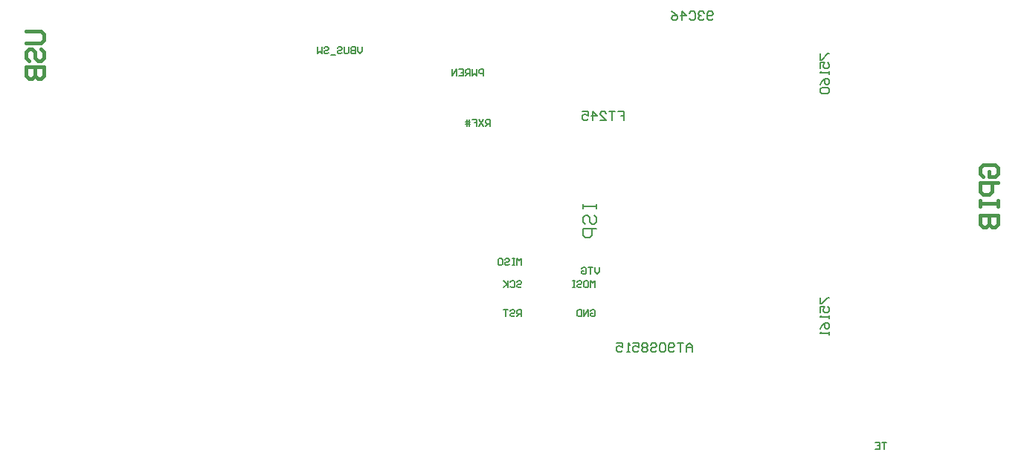
<source format=gm1>
%FSLAX24Y24*%
%MOIN*%
G70*
G01*
G75*
%ADD10C,0.0120*%
%ADD11R,0.0600X0.0600*%
%ADD12R,0.0160X0.0750*%
%ADD13R,0.0750X0.0160*%
%ADD14O,0.0160X0.1000*%
%ADD15O,0.1000X0.0160*%
%ADD16R,0.1300X0.0700*%
%ADD17O,0.0240X0.0800*%
%ADD18R,0.0360X0.0500*%
%ADD19R,0.0360X0.0360*%
%ADD20R,0.1000X0.0800*%
%ADD21R,0.1000X0.0900*%
%ADD22R,0.0315X0.0551*%
%ADD23O,0.0787X0.1496*%
%ADD24R,0.0394X0.0730*%
%ADD25C,0.0280*%
%ADD26C,0.0160*%
%ADD27C,0.0240*%
%ADD28C,0.0140*%
%ADD29C,0.0100*%
%ADD30O,0.0700X0.0600*%
%ADD31C,0.0700*%
%ADD32C,0.2000*%
%ADD33R,0.0700X0.0600*%
%ADD34O,0.0700X0.0850*%
%ADD35C,0.0620*%
%ADD36R,0.0620X0.0620*%
%ADD37R,0.0700X0.0700*%
%ADD38C,0.0800*%
%ADD39C,0.0500*%
%ADD40C,0.0080*%
D26*
X302200Y54500D02*
X302867D01*
X303000Y54367D01*
Y54100D01*
X302867Y53967D01*
X302200D01*
X302334Y53167D02*
X302200Y53300D01*
Y53567D01*
X302334Y53700D01*
X302467D01*
X302600Y53567D01*
Y53300D01*
X302733Y53167D01*
X302867D01*
X303000Y53300D01*
Y53567D01*
X302867Y53700D01*
X302200Y52901D02*
X303000D01*
Y52501D01*
X302867Y52367D01*
X302733D01*
X302600Y52501D01*
Y52901D01*
Y52501D01*
X302467Y52367D01*
X302334D01*
X302200Y52501D01*
Y52901D01*
X345084Y47967D02*
X344950Y48100D01*
Y48367D01*
X345084Y48500D01*
X345617D01*
X345750Y48367D01*
Y48100D01*
X345617Y47967D01*
X345350D01*
Y48233D01*
X345750Y47700D02*
X344950D01*
Y47300D01*
X345084Y47167D01*
X345350D01*
X345483Y47300D01*
Y47700D01*
X344950Y46901D02*
Y46634D01*
Y46767D01*
X345750D01*
Y46901D01*
Y46634D01*
X344950Y46234D02*
X345750D01*
Y45834D01*
X345617Y45701D01*
X345483D01*
X345350Y45834D01*
Y46234D01*
Y45834D01*
X345217Y45701D01*
X345084D01*
X344950Y45834D01*
Y46234D01*
D40*
X317250Y53800D02*
Y53600D01*
X317150Y53500D01*
X317050Y53600D01*
Y53800D01*
X316950D02*
Y53500D01*
X316800D01*
X316750Y53550D01*
Y53600D01*
X316800Y53650D01*
X316950D01*
X316800D01*
X316750Y53700D01*
Y53750D01*
X316800Y53800D01*
X316950D01*
X316650D02*
Y53550D01*
X316600Y53500D01*
X316500D01*
X316450Y53550D01*
Y53800D01*
X316150Y53750D02*
X316200Y53800D01*
X316300D01*
X316350Y53750D01*
Y53700D01*
X316300Y53650D01*
X316200D01*
X316150Y53600D01*
Y53550D01*
X316200Y53500D01*
X316300D01*
X316350Y53550D01*
X316050Y53450D02*
X315850D01*
X315551Y53750D02*
X315601Y53800D01*
X315700D01*
X315750Y53750D01*
Y53700D01*
X315700Y53650D01*
X315601D01*
X315551Y53600D01*
Y53550D01*
X315601Y53500D01*
X315700D01*
X315750Y53550D01*
X315451Y53800D02*
Y53500D01*
X315351Y53600D01*
X315251Y53500D01*
Y53800D01*
X323000Y50250D02*
Y50550D01*
X322850D01*
X322800Y50500D01*
Y50400D01*
X322850Y50350D01*
X323000D01*
X322900D02*
X322800Y50250D01*
X322700Y50550D02*
X322500Y50250D01*
Y50550D02*
X322700Y50250D01*
X322200Y50550D02*
X322400D01*
Y50400D01*
X322300D01*
X322400D01*
Y50250D01*
X322050D02*
Y50550D01*
X321950D02*
Y50250D01*
X322100Y50450D02*
X321950D01*
X321900D01*
X322100Y50350D02*
X321900D01*
X322700Y52500D02*
Y52800D01*
X322550D01*
X322500Y52750D01*
Y52650D01*
X322550Y52600D01*
X322700D01*
X322400Y52800D02*
Y52500D01*
X322300Y52600D01*
X322200Y52500D01*
Y52800D01*
X322100Y52500D02*
Y52800D01*
X321950D01*
X321900Y52750D01*
Y52650D01*
X321950Y52600D01*
X322100D01*
X322000D02*
X321900Y52500D01*
X321600Y52800D02*
X321800D01*
Y52500D01*
X321600D01*
X321800Y52650D02*
X321700D01*
X321500Y52500D02*
Y52800D01*
X321300Y52500D01*
Y52800D01*
X333000Y55067D02*
X332933Y55000D01*
X332800D01*
X332733Y55067D01*
Y55333D01*
X332800Y55400D01*
X332933D01*
X333000Y55333D01*
Y55267D01*
X332933Y55200D01*
X332733D01*
X332600Y55333D02*
X332533Y55400D01*
X332400D01*
X332334Y55333D01*
Y55267D01*
X332400Y55200D01*
X332467D01*
X332400D01*
X332334Y55133D01*
Y55067D01*
X332400Y55000D01*
X332533D01*
X332600Y55067D01*
X331934Y55333D02*
X332000Y55400D01*
X332134D01*
X332200Y55333D01*
Y55067D01*
X332134Y55000D01*
X332000D01*
X331934Y55067D01*
X331600Y55000D02*
Y55400D01*
X331800Y55200D01*
X331534D01*
X331134Y55400D02*
X331267Y55333D01*
X331401Y55200D01*
Y55067D01*
X331334Y55000D01*
X331201D01*
X331134Y55067D01*
Y55133D01*
X331201Y55200D01*
X331401D01*
X340750Y36050D02*
X340550D01*
X340650D01*
Y35750D01*
X340250Y36050D02*
X340450D01*
Y35750D01*
X340250D01*
X340450Y35900D02*
X340350D01*
X328733Y50900D02*
X329000D01*
Y50700D01*
X328867D01*
X329000D01*
Y50500D01*
X328600Y50900D02*
X328334D01*
X328467D01*
Y50500D01*
X327934D02*
X328200D01*
X327934Y50767D01*
Y50833D01*
X328000Y50900D01*
X328134D01*
X328200Y50833D01*
X327600Y50500D02*
Y50900D01*
X327800Y50700D01*
X327534D01*
X327134Y50900D02*
X327401D01*
Y50700D01*
X327267Y50767D01*
X327201D01*
X327134Y50700D01*
Y50567D01*
X327201Y50500D01*
X327334D01*
X327401Y50567D01*
X327900Y43900D02*
Y43700D01*
X327800Y43600D01*
X327700Y43700D01*
Y43900D01*
X327600D02*
X327400D01*
X327500D01*
Y43600D01*
X327100Y43850D02*
X327150Y43900D01*
X327250D01*
X327300Y43850D01*
Y43650D01*
X327250Y43600D01*
X327150D01*
X327100Y43650D01*
Y43750D01*
X327200D01*
X327700Y43000D02*
Y43300D01*
X327600Y43200D01*
X327500Y43300D01*
Y43000D01*
X327250Y43300D02*
X327350D01*
X327400Y43250D01*
Y43050D01*
X327350Y43000D01*
X327250D01*
X327200Y43050D01*
Y43250D01*
X327250Y43300D01*
X326900Y43250D02*
X326950Y43300D01*
X327050D01*
X327100Y43250D01*
Y43200D01*
X327050Y43150D01*
X326950D01*
X326900Y43100D01*
Y43050D01*
X326950Y43000D01*
X327050D01*
X327100Y43050D01*
X326800Y43300D02*
X326700D01*
X326750D01*
Y43000D01*
X326800D01*
X326700D01*
X327500Y41950D02*
X327550Y42000D01*
X327650D01*
X327700Y41950D01*
Y41750D01*
X327650Y41700D01*
X327550D01*
X327500Y41750D01*
Y41850D01*
X327600D01*
X327400Y41700D02*
Y42000D01*
X327200Y41700D01*
Y42000D01*
X327100D02*
Y41700D01*
X326950D01*
X326900Y41750D01*
Y41950D01*
X326950Y42000D01*
X327100D01*
X324400Y44000D02*
Y44300D01*
X324300Y44200D01*
X324200Y44300D01*
Y44000D01*
X324100Y44300D02*
X324000D01*
X324050D01*
Y44000D01*
X324100D01*
X324000D01*
X323650Y44250D02*
X323700Y44300D01*
X323800D01*
X323850Y44250D01*
Y44200D01*
X323800Y44150D01*
X323700D01*
X323650Y44100D01*
Y44050D01*
X323700Y44000D01*
X323800D01*
X323850Y44050D01*
X323400Y44300D02*
X323500D01*
X323550Y44250D01*
Y44050D01*
X323500Y44000D01*
X323400D01*
X323350Y44050D01*
Y44250D01*
X323400Y44300D01*
X324200Y43250D02*
X324250Y43300D01*
X324350D01*
X324400Y43250D01*
Y43200D01*
X324350Y43150D01*
X324250D01*
X324200Y43100D01*
Y43050D01*
X324250Y43000D01*
X324350D01*
X324400Y43050D01*
X323900Y43250D02*
X323950Y43300D01*
X324050D01*
X324100Y43250D01*
Y43050D01*
X324050Y43000D01*
X323950D01*
X323900Y43050D01*
X323800Y43300D02*
Y43000D01*
Y43100D01*
X323600Y43300D01*
X323750Y43150D01*
X323600Y43000D01*
X324400Y41700D02*
Y42000D01*
X324250D01*
X324200Y41950D01*
Y41850D01*
X324250Y41800D01*
X324400D01*
X324300D02*
X324200Y41700D01*
X323900Y41950D02*
X323950Y42000D01*
X324050D01*
X324100Y41950D01*
Y41900D01*
X324050Y41850D01*
X323950D01*
X323900Y41800D01*
Y41750D01*
X323950Y41700D01*
X324050D01*
X324100Y41750D01*
X323800Y42000D02*
X323600D01*
X323700D01*
Y41700D01*
X327150Y46750D02*
Y46550D01*
Y46650D01*
X327750D01*
Y46750D01*
Y46550D01*
X327250Y45850D02*
X327150Y45950D01*
Y46150D01*
X327250Y46250D01*
X327350D01*
X327450Y46150D01*
Y45950D01*
X327550Y45850D01*
X327650D01*
X327750Y45950D01*
Y46150D01*
X327650Y46250D01*
X327750Y45650D02*
X327150D01*
Y45350D01*
X327250Y45250D01*
X327450D01*
X327550Y45350D01*
Y45650D01*
X332050Y40100D02*
Y40367D01*
X331917Y40500D01*
X331783Y40367D01*
Y40100D01*
Y40300D01*
X332050D01*
X331650Y40500D02*
X331384D01*
X331517D01*
Y40100D01*
X331250Y40167D02*
X331184Y40100D01*
X331050D01*
X330984Y40167D01*
Y40433D01*
X331050Y40500D01*
X331184D01*
X331250Y40433D01*
Y40367D01*
X331184Y40300D01*
X330984D01*
X330850Y40433D02*
X330784Y40500D01*
X330650D01*
X330584Y40433D01*
Y40167D01*
X330650Y40100D01*
X330784D01*
X330850Y40167D01*
Y40433D01*
X330184D02*
X330251Y40500D01*
X330384D01*
X330451Y40433D01*
Y40367D01*
X330384Y40300D01*
X330251D01*
X330184Y40233D01*
Y40167D01*
X330251Y40100D01*
X330384D01*
X330451Y40167D01*
X330051Y40433D02*
X329984Y40500D01*
X329851D01*
X329784Y40433D01*
Y40367D01*
X329851Y40300D01*
X329784Y40233D01*
Y40167D01*
X329851Y40100D01*
X329984D01*
X330051Y40167D01*
Y40233D01*
X329984Y40300D01*
X330051Y40367D01*
Y40433D01*
X329984Y40300D02*
X329851D01*
X329384Y40500D02*
X329651D01*
Y40300D01*
X329517Y40367D01*
X329451D01*
X329384Y40300D01*
Y40167D01*
X329451Y40100D01*
X329584D01*
X329651Y40167D01*
X329251Y40100D02*
X329118D01*
X329184D01*
Y40500D01*
X329251Y40433D01*
X328651Y40500D02*
X328918D01*
Y40300D01*
X328784Y40367D01*
X328718D01*
X328651Y40300D01*
Y40167D01*
X328718Y40100D01*
X328851D01*
X328918Y40167D01*
X337800Y53500D02*
Y53233D01*
X337867D01*
X338133Y53500D01*
X338200D01*
X337800Y52834D02*
Y53100D01*
X338000D01*
X337933Y52967D01*
Y52900D01*
X338000Y52834D01*
X338133D01*
X338200Y52900D01*
Y53033D01*
X338133Y53100D01*
X338200Y52700D02*
Y52567D01*
Y52634D01*
X337800D01*
X337867Y52700D01*
X337800Y52100D02*
X337867Y52234D01*
X338000Y52367D01*
X338133D01*
X338200Y52300D01*
Y52167D01*
X338133Y52100D01*
X338067D01*
X338000Y52167D01*
Y52367D01*
X337867Y51967D02*
X337800Y51901D01*
Y51767D01*
X337867Y51701D01*
X338133D01*
X338200Y51767D01*
Y51901D01*
X338133Y51967D01*
X337867D01*
X337800Y42550D02*
Y42283D01*
X337867D01*
X338133Y42550D01*
X338200D01*
X337800Y41884D02*
Y42150D01*
X338000D01*
X337933Y42017D01*
Y41950D01*
X338000Y41884D01*
X338133D01*
X338200Y41950D01*
Y42083D01*
X338133Y42150D01*
X338200Y41750D02*
Y41617D01*
Y41684D01*
X337800D01*
X337867Y41750D01*
X337800Y41150D02*
X337867Y41284D01*
X338000Y41417D01*
X338133D01*
X338200Y41350D01*
Y41217D01*
X338133Y41150D01*
X338067D01*
X338000Y41217D01*
Y41417D01*
X338200Y41017D02*
Y40884D01*
Y40951D01*
X337800D01*
X337867Y41017D01*
M02*

</source>
